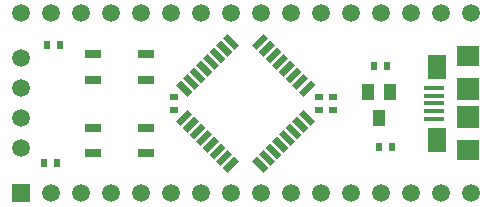
<source format=gts>
From b7320a6b586e8cf12ea126e7ed4320e6d9f53e99 Mon Sep 17 00:00:00 2001
From: opiopan <opiopan@gmail.com>
Date: Mon, 1 Apr 2019 21:26:26 +0900
Subject: add examples

---
 examples/inputs/stm32breakout.GTS | 333 ++++++++++++++++++++++++++++++++++++++
 1 file changed, 333 insertions(+)
 create mode 100644 examples/inputs/stm32breakout.GTS

(limited to 'examples/inputs/stm32breakout.GTS')

diff --git a/examples/inputs/stm32breakout.GTS b/examples/inputs/stm32breakout.GTS
new file mode 100644
index 0000000..c1974be
--- /dev/null
+++ b/examples/inputs/stm32breakout.GTS
@@ -0,0 +1,333 @@
+G04 EAGLE Gerber RS-274X export*
+G75*
+%MOMM*%
+%FSLAX34Y34*%
+%LPD*%
+%INSolder Mask top*%
+%IPPOS*%
+%AMOC8*
+5,1,8,0,0,1.08239X$1,22.5*%
+G01*
+%ADD10R,0.600000X0.700000*%
+%ADD11R,0.700000X0.600000*%
+%ADD12R,1.500000X1.500000*%
+%ADD13C,1.500000*%
+%ADD14R,1.900000X1.800000*%
+%ADD15R,1.750000X0.400000*%
+%ADD16R,1.600000X2.100000*%
+%ADD17R,1.900000X1.900000*%
+%ADD18R,1.450000X0.650000*%
+%ADD19R,0.540000X1.400000*%
+%ADD20R,1.000000X1.400000*%
+
+
+D10*
+X315810Y52070D03*
+X326810Y52070D03*
+X32600Y38100D03*
+X43600Y38100D03*
+X312000Y120650D03*
+X323000Y120650D03*
+D11*
+X142240Y83400D03*
+X142240Y94400D03*
+X265430Y94400D03*
+X265430Y83400D03*
+X276860Y94400D03*
+X276860Y83400D03*
+D12*
+X12700Y12700D03*
+D13*
+X38100Y12700D03*
+X63500Y12700D03*
+X88900Y12700D03*
+X114300Y12700D03*
+X139700Y12700D03*
+X165100Y12700D03*
+X190500Y12700D03*
+X215900Y12700D03*
+X241300Y12700D03*
+X266700Y12700D03*
+X292100Y12700D03*
+X317500Y12700D03*
+X342900Y12700D03*
+X368300Y12700D03*
+X393700Y12700D03*
+X393700Y165100D03*
+X368300Y165100D03*
+X342900Y165100D03*
+X317500Y165100D03*
+X292100Y165100D03*
+X266700Y165100D03*
+X241300Y165100D03*
+X215900Y165100D03*
+X190500Y165100D03*
+X165100Y165100D03*
+X139700Y165100D03*
+X114300Y165100D03*
+X88900Y165100D03*
+X63500Y165100D03*
+X38100Y165100D03*
+X12700Y165100D03*
+D14*
+X391160Y128900D03*
+X391160Y48900D03*
+D15*
+X362410Y88900D03*
+X362410Y95400D03*
+X362410Y82400D03*
+X362410Y101900D03*
+X362410Y75900D03*
+D16*
+X365660Y119900D03*
+X365660Y57900D03*
+D17*
+X391160Y76900D03*
+X391160Y100900D03*
+D10*
+X35140Y138430D03*
+X46140Y138430D03*
+D18*
+X73770Y130130D03*
+X119270Y130130D03*
+X73770Y108630D03*
+X119270Y108630D03*
+X73770Y67900D03*
+X119270Y67900D03*
+X73770Y46400D03*
+X119270Y46400D03*
+D13*
+X12700Y127000D03*
+X12700Y101600D03*
+X12700Y76200D03*
+X12700Y50800D03*
+D19*
+G36*
+X148188Y69668D02*
+X144370Y73486D01*
+X154268Y83384D01*
+X158086Y79566D01*
+X148188Y69668D01*
+G37*
+G36*
+X153845Y64011D02*
+X150027Y67829D01*
+X159925Y77727D01*
+X163743Y73909D01*
+X153845Y64011D01*
+G37*
+G36*
+X159501Y58354D02*
+X155683Y62172D01*
+X165581Y72070D01*
+X169399Y68252D01*
+X159501Y58354D01*
+G37*
+G36*
+X165158Y52697D02*
+X161340Y56515D01*
+X171238Y66413D01*
+X175056Y62595D01*
+X165158Y52697D01*
+G37*
+G36*
+X170815Y47040D02*
+X166997Y50858D01*
+X176895Y60756D01*
+X180713Y56938D01*
+X170815Y47040D01*
+G37*
+G36*
+X176401Y41454D02*
+X172583Y45272D01*
+X182481Y55170D01*
+X186299Y51352D01*
+X176401Y41454D01*
+G37*
+G36*
+X182058Y35797D02*
+X178240Y39615D01*
+X188138Y49513D01*
+X191956Y45695D01*
+X182058Y35797D01*
+G37*
+G36*
+X187715Y30140D02*
+X183897Y33958D01*
+X193795Y43856D01*
+X197613Y40038D01*
+X187715Y30140D01*
+G37*
+G36*
+X222432Y33888D02*
+X218614Y30070D01*
+X208716Y39968D01*
+X212534Y43786D01*
+X222432Y33888D01*
+G37*
+G36*
+X228089Y39545D02*
+X224271Y35727D01*
+X214373Y45625D01*
+X218191Y49443D01*
+X228089Y39545D01*
+G37*
+G36*
+X233746Y45201D02*
+X229928Y41383D01*
+X220030Y51281D01*
+X223848Y55099D01*
+X233746Y45201D01*
+G37*
+G36*
+X239403Y50858D02*
+X235585Y47040D01*
+X225687Y56938D01*
+X229505Y60756D01*
+X239403Y50858D01*
+G37*
+G36*
+X245060Y56515D02*
+X241242Y52697D01*
+X231344Y62595D01*
+X235162Y66413D01*
+X245060Y56515D01*
+G37*
+G36*
+X250717Y62172D02*
+X246899Y58354D01*
+X237001Y68252D01*
+X240819Y72070D01*
+X250717Y62172D01*
+G37*
+G36*
+X256373Y67829D02*
+X252555Y64011D01*
+X242657Y73909D01*
+X246475Y77727D01*
+X256373Y67829D01*
+G37*
+G36*
+X262030Y73486D02*
+X258212Y69668D01*
+X248314Y79566D01*
+X252132Y83384D01*
+X262030Y73486D01*
+G37*
+G36*
+X258212Y108132D02*
+X262030Y104314D01*
+X252132Y94416D01*
+X248314Y98234D01*
+X258212Y108132D01*
+G37*
+G36*
+X252555Y113789D02*
+X256373Y109971D01*
+X246475Y100073D01*
+X242657Y103891D01*
+X252555Y113789D01*
+G37*
+G36*
+X246899Y119446D02*
+X250717Y115628D01*
+X240819Y105730D01*
+X237001Y109548D01*
+X246899Y119446D01*
+G37*
+G36*
+X241242Y125103D02*
+X245060Y121285D01*
+X235162Y111387D01*
+X231344Y115205D01*
+X241242Y125103D01*
+G37*
+G36*
+X235585Y130760D02*
+X239403Y126942D01*
+X229505Y117044D01*
+X225687Y120862D01*
+X235585Y130760D01*
+G37*
+G36*
+X229928Y136417D02*
+X233746Y132599D01*
+X223848Y122701D01*
+X220030Y126519D01*
+X229928Y136417D01*
+G37*
+G36*
+X224271Y142073D02*
+X228089Y138255D01*
+X218191Y128357D01*
+X214373Y132175D01*
+X224271Y142073D01*
+G37*
+G36*
+X218614Y147730D02*
+X222432Y143912D01*
+X212534Y134014D01*
+X208716Y137832D01*
+X218614Y147730D01*
+G37*
+G36*
+X183968Y143912D02*
+X187786Y147730D01*
+X197684Y137832D01*
+X193866Y134014D01*
+X183968Y143912D01*
+G37*
+G36*
+X178311Y138255D02*
+X182129Y142073D01*
+X192027Y132175D01*
+X188209Y128357D01*
+X178311Y138255D01*
+G37*
+G36*
+X172654Y132599D02*
+X176472Y136417D01*
+X186370Y126519D01*
+X182552Y122701D01*
+X172654Y132599D01*
+G37*
+G36*
+X166997Y126942D02*
+X170815Y130760D01*
+X180713Y120862D01*
+X176895Y117044D01*
+X166997Y126942D01*
+G37*
+G36*
+X161340Y121285D02*
+X165158Y125103D01*
+X175056Y115205D01*
+X171238Y111387D01*
+X161340Y121285D01*
+G37*
+G36*
+X155683Y115628D02*
+X159501Y119446D01*
+X169399Y109548D01*
+X165581Y105730D01*
+X155683Y115628D01*
+G37*
+G36*
+X150027Y109971D02*
+X153845Y113789D01*
+X163743Y103891D01*
+X159925Y100073D01*
+X150027Y109971D01*
+G37*
+G36*
+X144370Y104314D02*
+X148188Y108132D01*
+X158086Y98234D01*
+X154268Y94416D01*
+X144370Y104314D01*
+G37*
+D20*
+X316230Y76630D03*
+X306730Y98630D03*
+X325730Y98630D03*
+M02*
-- 
cgit 


</source>
